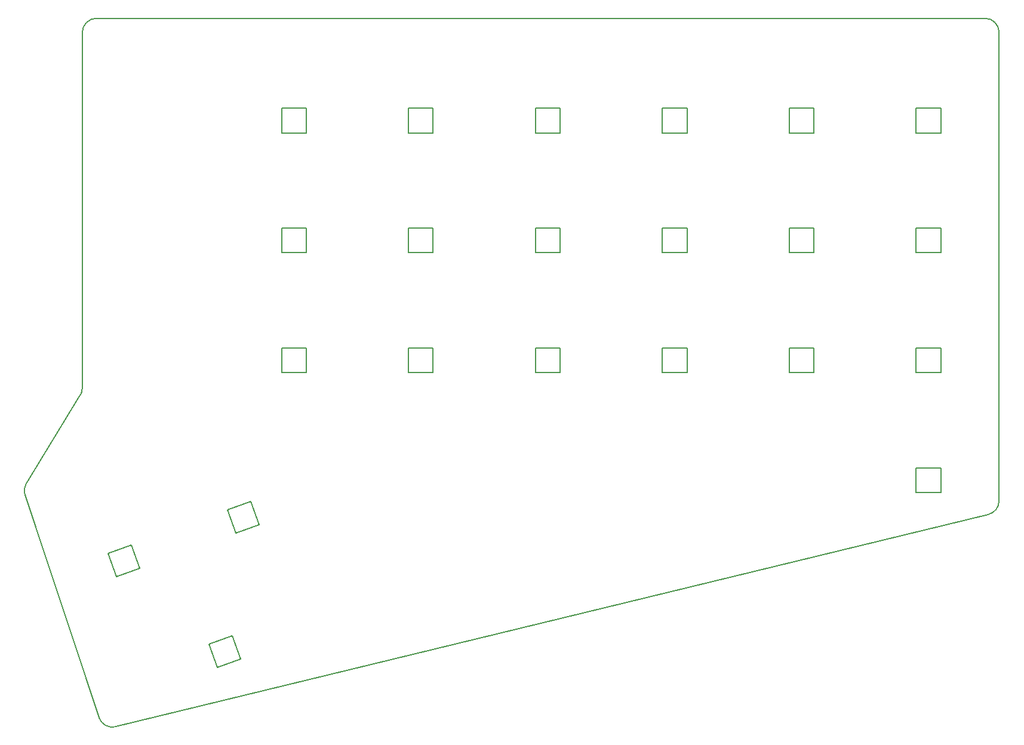
<source format=gbr>
%TF.GenerationSoftware,KiCad,Pcbnew,8.0.5*%
%TF.CreationDate,2024-09-15T18:22:07-04:00*%
%TF.ProjectId,theguy2,74686567-7579-4322-9e6b-696361645f70,v1.0.0*%
%TF.SameCoordinates,Original*%
%TF.FileFunction,Profile,NP*%
%FSLAX46Y46*%
G04 Gerber Fmt 4.6, Leading zero omitted, Abs format (unit mm)*
G04 Created by KiCad (PCBNEW 8.0.5) date 2024-09-15 18:22:07*
%MOMM*%
%LPD*%
G01*
G04 APERTURE LIST*
%TA.AperFunction,Profile*%
%ADD10C,0.150000*%
%TD*%
G04 APERTURE END LIST*
D10*
X178775000Y-47450000D02*
G75*
G02*
X180775000Y-45450000I2000000J0D01*
G01*
X183504946Y-145927234D02*
X307247793Y-115821558D01*
X306775000Y-45450000D02*
X180775000Y-45450000D01*
X170637041Y-113075273D02*
X181134499Y-144615512D01*
X308775001Y-113878244D02*
G75*
G02*
X307247801Y-115821591I-2000101J44D01*
G01*
X183504946Y-145927233D02*
G75*
G02*
X181134477Y-144615519I-472746J1943433D01*
G01*
X178775000Y-97885299D02*
G75*
G02*
X178479658Y-98931312I-2000000J-1D01*
G01*
X308775000Y-113878244D02*
X308775000Y-47450000D01*
X306775000Y-45450000D02*
G75*
G02*
X308775000Y-47450000I0J-2000000D01*
G01*
X178479657Y-98931312D02*
X170830038Y-111397668D01*
X178775000Y-47450000D02*
X178775000Y-97885298D01*
X170637041Y-113075273D02*
G75*
G02*
X170830043Y-111397671I1897759J631573D01*
G01*
%TO.C,LED4*%
X297025000Y-109200000D02*
X297025000Y-112700000D01*
X297025000Y-112700000D02*
X300525000Y-112700000D01*
X300525000Y-109200000D02*
X297025000Y-109200000D01*
X300525000Y-112700000D02*
X300525000Y-109200000D01*
%TO.C,LED8*%
X279025000Y-92200000D02*
X279025000Y-95700000D01*
X279025000Y-95700000D02*
X282525000Y-95700000D01*
X282525000Y-92200000D02*
X279025000Y-92200000D01*
X282525000Y-95700000D02*
X282525000Y-92200000D01*
%TO.C,LED17*%
X225025000Y-92200000D02*
X225025000Y-95700000D01*
X225025000Y-95700000D02*
X228525000Y-95700000D01*
X228525000Y-92200000D02*
X225025000Y-92200000D01*
X228525000Y-95700000D02*
X228525000Y-92200000D01*
%TO.C,LED6*%
X297025000Y-75200000D02*
X297025000Y-78700000D01*
X297025000Y-78700000D02*
X300525000Y-78700000D01*
X300525000Y-75200000D02*
X297025000Y-75200000D01*
X300525000Y-78700000D02*
X300525000Y-75200000D01*
%TO.C,LED10*%
X279025000Y-58200000D02*
X279025000Y-61700000D01*
X279025000Y-61700000D02*
X282525000Y-61700000D01*
X282525000Y-58200000D02*
X279025000Y-58200000D01*
X282525000Y-61700000D02*
X282525000Y-58200000D01*
%TO.C,LED5*%
X297025000Y-92200000D02*
X297025000Y-95700000D01*
X297025000Y-95700000D02*
X300525000Y-95700000D01*
X300525000Y-92200000D02*
X297025000Y-92200000D01*
X300525000Y-95700000D02*
X300525000Y-92200000D01*
%TO.C,LED15*%
X243025000Y-75200000D02*
X243025000Y-78700000D01*
X243025000Y-78700000D02*
X246525000Y-78700000D01*
X246525000Y-75200000D02*
X243025000Y-75200000D01*
X246525000Y-78700000D02*
X246525000Y-75200000D01*
%TO.C,LED14*%
X243025000Y-92200000D02*
X243025000Y-95700000D01*
X243025000Y-95700000D02*
X246525000Y-95700000D01*
X246525000Y-92200000D02*
X243025000Y-92200000D01*
X246525000Y-95700000D02*
X246525000Y-92200000D01*
%TO.C,LED18*%
X225025000Y-75200000D02*
X225025000Y-78700000D01*
X225025000Y-78700000D02*
X228525000Y-78700000D01*
X228525000Y-75200000D02*
X225025000Y-75200000D01*
X228525000Y-78700000D02*
X228525000Y-75200000D01*
%TO.C,LED21*%
X207025000Y-75200000D02*
X207025000Y-78700000D01*
X207025000Y-78700000D02*
X210525000Y-78700000D01*
X210525000Y-75200000D02*
X207025000Y-75200000D01*
X210525000Y-78700000D02*
X210525000Y-75200000D01*
%TO.C,LED19*%
X225025000Y-58200000D02*
X225025000Y-61700000D01*
X225025000Y-61700000D02*
X228525000Y-61700000D01*
X228525000Y-58200000D02*
X225025000Y-58200000D01*
X228525000Y-61700000D02*
X228525000Y-58200000D01*
%TO.C,LED9*%
X279025000Y-75200000D02*
X279025000Y-78700000D01*
X279025000Y-78700000D02*
X282525000Y-78700000D01*
X282525000Y-75200000D02*
X279025000Y-75200000D01*
X282525000Y-78700000D02*
X282525000Y-75200000D01*
%TO.C,LED22*%
X207025000Y-58200000D02*
X207025000Y-61700000D01*
X207025000Y-61700000D02*
X210525000Y-61700000D01*
X210525000Y-58200000D02*
X207025000Y-58200000D01*
X210525000Y-61700000D02*
X210525000Y-58200000D01*
%TO.C,LED13*%
X261025000Y-58200000D02*
X261025000Y-61700000D01*
X261025000Y-61700000D02*
X264525000Y-61700000D01*
X264525000Y-58200000D02*
X261025000Y-58200000D01*
X264525000Y-61700000D02*
X264525000Y-58200000D01*
%TO.C,LED11*%
X261025000Y-92200000D02*
X261025000Y-95700000D01*
X261025000Y-95700000D02*
X264525000Y-95700000D01*
X264525000Y-92200000D02*
X261025000Y-92200000D01*
X264525000Y-95700000D02*
X264525000Y-92200000D01*
%TO.C,LED24*%
X182456129Y-121350945D02*
X183653199Y-124639869D01*
X183653199Y-124639869D02*
X186942123Y-123442799D01*
X185745053Y-120153875D02*
X182456129Y-121350945D01*
X186942123Y-123442799D02*
X185745053Y-120153875D01*
%TO.C,LED23*%
X199370596Y-115194583D02*
X200567666Y-118483507D01*
X200567666Y-118483507D02*
X203856590Y-117286437D01*
X202659520Y-113997513D02*
X199370596Y-115194583D01*
X203856590Y-117286437D02*
X202659520Y-113997513D01*
%TO.C,LED12*%
X261025000Y-75200000D02*
X261025000Y-78700000D01*
X261025000Y-78700000D02*
X264525000Y-78700000D01*
X264525000Y-75200000D02*
X261025000Y-75200000D01*
X264525000Y-78700000D02*
X264525000Y-75200000D01*
%TO.C,LED20*%
X207025000Y-92200000D02*
X207025000Y-95700000D01*
X207025000Y-95700000D02*
X210525000Y-95700000D01*
X210525000Y-92200000D02*
X207025000Y-92200000D01*
X210525000Y-95700000D02*
X210525000Y-92200000D01*
%TO.C,LED25*%
X196727705Y-134247538D02*
X197924775Y-137536462D01*
X197924775Y-137536462D02*
X201213699Y-136339392D01*
X200016629Y-133050468D02*
X196727705Y-134247538D01*
X201213699Y-136339392D02*
X200016629Y-133050468D01*
%TO.C,LED7*%
X297025000Y-58200000D02*
X297025000Y-61700000D01*
X297025000Y-61700000D02*
X300525000Y-61700000D01*
X300525000Y-58200000D02*
X297025000Y-58200000D01*
X300525000Y-61700000D02*
X300525000Y-58200000D01*
%TO.C,LED16*%
X243025000Y-58200000D02*
X243025000Y-61700000D01*
X243025000Y-61700000D02*
X246525000Y-61700000D01*
X246525000Y-58200000D02*
X243025000Y-58200000D01*
X246525000Y-61700000D02*
X246525000Y-58200000D01*
%TD*%
M02*

</source>
